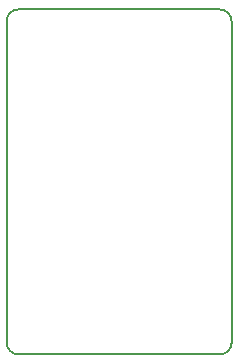
<source format=gbr>
%TF.GenerationSoftware,KiCad,Pcbnew,7.0.7*%
%TF.CreationDate,2024-07-05T12:18:51-04:00*%
%TF.ProjectId,MSP430FR21_Breakout,4d535034-3330-4465-9232-315f42726561,rev?*%
%TF.SameCoordinates,Original*%
%TF.FileFunction,Profile,NP*%
%FSLAX46Y46*%
G04 Gerber Fmt 4.6, Leading zero omitted, Abs format (unit mm)*
G04 Created by KiCad (PCBNEW 7.0.7) date 2024-07-05 12:18:51*
%MOMM*%
%LPD*%
G01*
G04 APERTURE LIST*
%TA.AperFunction,Profile*%
%ADD10C,0.150000*%
%TD*%
G04 APERTURE END LIST*
D10*
X154305000Y-75295000D02*
X154305000Y-102505000D01*
X135255000Y-102505000D02*
X135255000Y-75295000D01*
X153305000Y-103505000D02*
X136255000Y-103505000D01*
X135255000Y-102505000D02*
G75*
G03*
X136255000Y-103505000I1000000J0D01*
G01*
X154305000Y-75295000D02*
G75*
G03*
X153305000Y-74295000I-1000000J0D01*
G01*
X136255000Y-74295000D02*
G75*
G03*
X135255000Y-75295000I0J-1000000D01*
G01*
X136255000Y-74295000D02*
X153305000Y-74295000D01*
X153305000Y-103505000D02*
G75*
G03*
X154305000Y-102505000I0J1000000D01*
G01*
M02*

</source>
